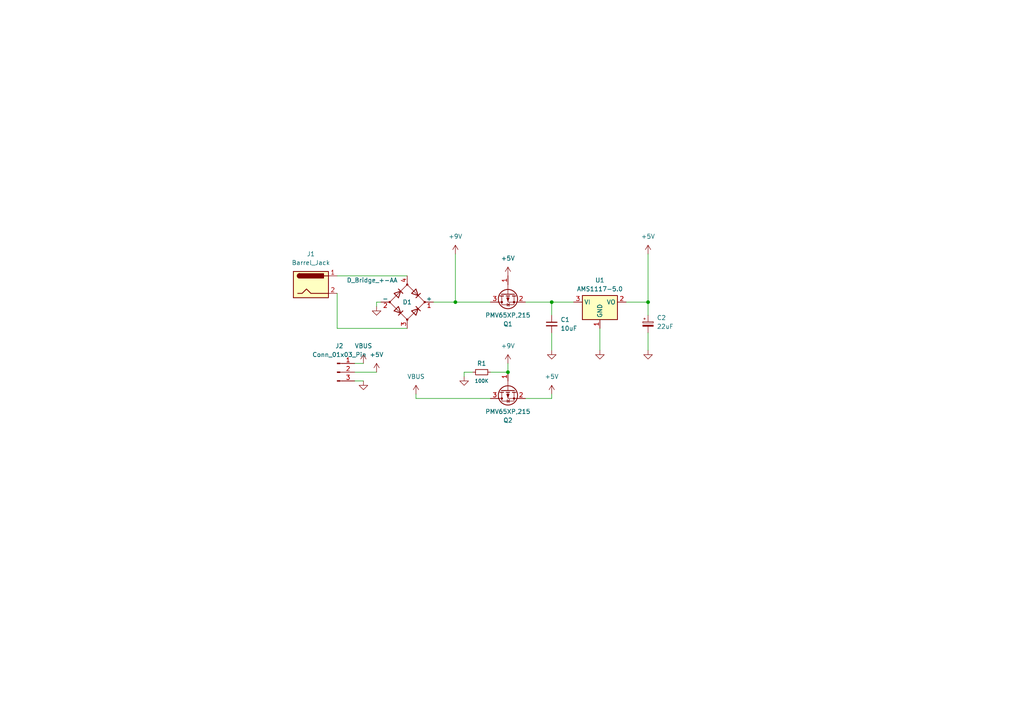
<source format=kicad_sch>
(kicad_sch (version 20230121) (generator eeschema)
  (paper "A4")
  (lib_symbols
    (symbol "Connector:Barrel_Jack" (pin_names (offset 1.016))
      (property "Reference" "J" (at 0 5.334 0))
      (property "Value" "Barrel_Jack" (at 0 -5.08 0))
      (symbol "Barrel_Jack_0_1"
        (rectangle (start -5.08 3.81) (end 5.08 -3.81) (stroke (width 0.254)) (fill (type background)))
        (arc (start -3.302 3.175) (mid -3.9343 2.54) (end -3.302 1.905) (stroke (width 0.254)))
        (arc (start -3.302 3.175) (mid -3.9343 2.54) (end -3.302 1.905) (stroke (width 0.254)) (fill (type outline)))
        (polyline (pts (xy 5.08 2.54) (xy 3.81 2.54)) (stroke (width 0.254)))
        (polyline (pts (xy -3.81 -2.54) (xy -2.54 -2.54) (xy -1.27 -1.27) (xy 0 -2.54) (xy 2.54 -2.54) (xy 5.08 -2.54)) (stroke (width 0.254)))
        (rectangle (start 3.683 3.175) (end -3.302 1.905) (stroke (width 0.254)) (fill (type outline)))
      )
      (symbol "Barrel_Jack_1_1"
        (pin passive line (at 7.62 2.54 180) (length 2.54) (name "~") (number "1"))
        (pin passive line (at 7.62 -2.54 180) (length 2.54) (name "~") (number "2"))
      )
    )
    (symbol "Connector:Conn_01x03_Pin" (pin_names (offset 1.016) hide)
      (property "Reference" "J" (at 0 5.08 0))
      (property "Value" "Conn_01x03_Pin" (at 0 -5.08 0))
      (symbol "Conn_01x03_Pin_1_1"
        (polyline (pts (xy 1.27 -2.54) (xy 0.8636 -2.54)) (stroke (width 0.1524)))
        (polyline (pts (xy 1.27 0) (xy 0.8636 0)) (stroke (width 0.1524)))
        (polyline (pts (xy 1.27 2.54) (xy 0.8636 2.54)) (stroke (width 0.1524)))
        (rectangle (start 0.8636 -2.413) (end 0 -2.667) (stroke (width 0.1524)) (fill (type outline)))
        (rectangle (start 0.8636 0.127) (end 0 -0.127) (stroke (width 0.1524)) (fill (type outline)))
        (rectangle (start 0.8636 2.667) (end 0 2.413) (stroke (width 0.1524)) (fill (type outline)))
        (pin passive line (at 5.08 2.54 180) (length 3.81) (name "Pin_1") (number "1"))
        (pin passive line (at 5.08 0 180) (length 3.81) (name "Pin_2") (number "2"))
        (pin passive line (at 5.08 -2.54 180) (length 3.81) (name "Pin_3") (number "3"))
      )
    )
    (symbol "Device:C_Polarized_Small" (pin_numbers hide) (pin_names (offset 0.254) hide)
      (property "Reference" "C" (at 0.254 1.778 0))
      (property "Value" "C_Polarized_Small" (at 0.254 -2.032 0))
      (symbol "C_Polarized_Small_0_1"
        (rectangle (start -1.524 -0.3048) (end 1.524 -0.6858) (fill (type outline)))
        (rectangle (start -1.524 0.6858) (end 1.524 0.3048))
        (polyline (pts (xy -1.27 1.524) (xy -0.762 1.524)))
        (polyline (pts (xy -1.016 1.27) (xy -1.016 1.778)))
      )
      (symbol "C_Polarized_Small_1_1"
        (pin passive line (at 0 2.54 270) (length 1.8542) (name "~") (number "1"))
        (pin passive line (at 0 -2.54 90) (length 1.8542) (name "~") (number "2"))
      )
    )
    (symbol "Device:C_Small" (pin_numbers hide) (pin_names (offset 0.254) hide)
      (property "Reference" "C" (at 0.254 1.778 0))
      (property "Value" "C_Small" (at 0.254 -2.032 0))
      (symbol "C_Small_0_1"
        (polyline (pts (xy -1.524 -0.508) (xy 1.524 -0.508)) (stroke (width 0.3302)))
        (polyline (pts (xy -1.524 0.508) (xy 1.524 0.508)) (stroke (width 0.3048)))
      )
      (symbol "C_Small_1_1"
        (pin passive line (at 0 2.54 270) (length 2.032) (name "~") (number "1"))
        (pin passive line (at 0 -2.54 90) (length 2.032) (name "~") (number "2"))
      )
    )
    (symbol "Device:D_Bridge_+-AA" (pin_names (offset 0))
      (property "Reference" "D" (at 2.54 6.985 0))
      (property "Value" "D_Bridge_+-AA" (at 2.54 5.08 0))
      (symbol "D_Bridge_+-AA_0_1"
        (circle (center -5.08 0) (radius 0.254) (fill (type outline)))
        (circle (center 0 -5.08) (radius 0.254) (fill (type outline)))
        (polyline (pts (xy -2.54 3.81) (xy -1.27 2.54)) (stroke (width 0.254)))
        (polyline (pts (xy -1.27 -2.54) (xy -2.54 -3.81)) (stroke (width 0.254)))
        (polyline (pts (xy 2.54 -1.27) (xy 3.81 -2.54)) (stroke (width 0.254)))
        (polyline (pts (xy 2.54 1.27) (xy 3.81 2.54)) (stroke (width 0.254)))
        (polyline (pts (xy -3.81 2.54) (xy -2.54 1.27) (xy -1.905 3.175) (xy -3.81 2.54)) (stroke (width 0.254)))
        (polyline (pts (xy -2.54 -1.27) (xy -3.81 -2.54) (xy -1.905 -3.175) (xy -2.54 -1.27)) (stroke (width 0.254)))
        (polyline (pts (xy 1.27 2.54) (xy 2.54 3.81) (xy 3.175 1.905) (xy 1.27 2.54)) (stroke (width 0.254)))
        (polyline (pts (xy 3.175 -1.905) (xy 1.27 -2.54) (xy 2.54 -3.81) (xy 3.175 -1.905)) (stroke (width 0.254)))
        (polyline (pts (xy -5.08 0) (xy 0 -5.08) (xy 5.08 0) (xy 0 5.08) (xy -5.08 0)))
        (circle (center 0 5.08) (radius 0.254) (fill (type outline)))
        (circle (center 5.08 0) (radius 0.254) (fill (type outline)))
      )
      (symbol "D_Bridge_+-AA_1_1"
        (pin passive line (at 7.62 0 180) (length 2.54) (name "+") (number "1"))
        (pin passive line (at -7.62 0 0) (length 2.54) (name "-") (number "2"))
        (pin passive line (at 0 7.62 270) (length 2.54) (name "~") (number "3"))
        (pin passive line (at 0 -7.62 90) (length 2.54) (name "~") (number "4"))
      )
    )
    (symbol "Device:Q_PMOS_GSD" (pin_names (offset 0) hide)
      (property "Reference" "Q" (at 5.08 1.27 0))
      (property "Value" "Q_PMOS_GSD" (at 5.08 -1.27 0))
      (symbol "Q_PMOS_GSD_0_1"
        (polyline (pts (xy 0.254 0) (xy -2.54 0)))
        (polyline (pts (xy 0.254 1.905) (xy 0.254 -1.905)) (stroke (width 0.254)))
        (polyline (pts (xy 0.762 -1.27) (xy 0.762 -2.286)) (stroke (width 0.254)))
        (polyline (pts (xy 0.762 0.508) (xy 0.762 -0.508)) (stroke (width 0.254)))
        (polyline (pts (xy 0.762 2.286) (xy 0.762 1.27)) (stroke (width 0.254)))
        (polyline (pts (xy 2.54 2.54) (xy 2.54 1.778)))
        (polyline (pts (xy 2.54 -2.54) (xy 2.54 0) (xy 0.762 0)))
        (polyline (pts (xy 0.762 1.778) (xy 3.302 1.778) (xy 3.302 -1.778) (xy 0.762 -1.778)))
        (polyline (pts (xy 2.286 0) (xy 1.27 0.381) (xy 1.27 -0.381) (xy 2.286 0)) (fill (type outline)))
        (polyline (pts (xy 2.794 -0.508) (xy 2.921 -0.381) (xy 3.683 -0.381) (xy 3.81 -0.254)))
        (polyline (pts (xy 3.302 -0.381) (xy 2.921 0.254) (xy 3.683 0.254) (xy 3.302 -0.381)))
        (circle (center 1.651 0) (radius 2.794) (stroke (width 0.254)))
        (circle (center 2.54 -1.778) (radius 0.254) (fill (type outline)))
        (circle (center 2.54 1.778) (radius 0.254) (fill (type outline)))
      )
      (symbol "Q_PMOS_GSD_1_1"
        (pin input line (at -5.08 0 0) (length 2.54) (name "G") (number "1"))
        (pin passive line (at 2.54 -5.08 90) (length 2.54) (name "S") (number "2"))
        (pin passive line (at 2.54 5.08 270) (length 2.54) (name "D") (number "3"))
      )
    )
    (symbol "Device:R_Small" (pin_numbers hide) (pin_names (offset 0.254) hide)
      (property "Reference" "R" (at 0.762 0.508 0))
      (property "Value" "R_Small" (at 0.762 -1.016 0))
      (symbol "R_Small_0_1"
        (rectangle (start -0.762 1.778) (end 0.762 -1.778) (stroke (width 0.2032)))
      )
      (symbol "R_Small_1_1"
        (pin passive line (at 0 2.54 270) (length 0.762) (name "~") (number "1"))
        (pin passive line (at 0 -2.54 90) (length 0.762) (name "~") (number "2"))
      )
    )
    (symbol "Regulator_Linear:AMS1117-5.0"
      (property "Reference" "U" (at -3.81 3.175 0))
      (property "Value" "AMS1117-5.0" (at 0 3.175 0))
      (symbol "AMS1117-5.0_0_1"
        (rectangle (start -5.08 -5.08) (end 5.08 1.905) (stroke (width 0.254)) (fill (type background)))
      )
      (symbol "AMS1117-5.0_1_1"
        (pin power_in line (at 0 -7.62 90) (length 2.54) (name "GND") (number "1"))
        (pin power_out line (at 7.62 0 180) (length 2.54) (name "VO") (number "2"))
        (pin power_in line (at -7.62 0 0) (length 2.54) (name "VI") (number "3"))
      )
    )
    (symbol "power:+5V" (power) (pin_names (offset 0))
      (property "Value" "+5V" (at 0 3.556 0))
      (symbol "+5V_0_1"
        (polyline (pts (xy -0.762 1.27) (xy 0 2.54)))
        (polyline (pts (xy 0 0) (xy 0 2.54)))
        (polyline (pts (xy 0 2.54) (xy 0.762 1.27)))
      )
      (symbol "+5V_1_1"
        (pin power_in line (at 0 0 90) (length 0) hide (name "+5V") (number "1"))
      )
    )
    (symbol "power:+9V" (power) (pin_names (offset 0))
      (property "Value" "+9V" (at 0 3.556 0))
      (symbol "+9V_0_1"
        (polyline (pts (xy -0.762 1.27) (xy 0 2.54)))
        (polyline (pts (xy 0 0) (xy 0 2.54)))
        (polyline (pts (xy 0 2.54) (xy 0.762 1.27)))
      )
      (symbol "+9V_1_1"
        (pin power_in line (at 0 0 90) (length 0) hide (name "+9V") (number "1"))
      )
    )
    (symbol "power:GND" (power) (pin_names (offset 0))
      (property "Value" "GND" (at 0 -3.81 0))
      (symbol "GND_0_1"
        (polyline (pts (xy 0 0) (xy 0 -1.27) (xy 1.27 -1.27) (xy 0 -2.54) (xy -1.27 -1.27) (xy 0 -1.27)))
      )
      (symbol "GND_1_1"
        (pin power_in line (at 0 0 270) (length 0) hide (name "GND") (number "1"))
      )
    )
    (symbol "power:VBUS" (power) (pin_names (offset 0))
      (property "Value" "VBUS" (at 0 3.81 0))
      (symbol "VBUS_0_1"
        (polyline (pts (xy -0.762 1.27) (xy 0 2.54)))
        (polyline (pts (xy 0 0) (xy 0 2.54)))
        (polyline (pts (xy 0 2.54) (xy 0.762 1.27)))
      )
      (symbol "VBUS_1_1"
        (pin power_in line (at 0 0 90) (length 0) hide (name "VBUS") (number "1"))
      )
    )
  )
  (junction (at 147.32 107.95))
  (junction (at 132.08 87.63))
  (junction (at 160.02 87.63))
  (junction (at 187.96 87.63))
  (wire (pts (xy 97.79 95.25) (xy 118.11 95.25)))
  (wire (pts (xy 97.79 85.09) (xy 97.79 95.25)))
  (wire (pts (xy 160.02 87.63) (xy 160.02 91.44)))
  (wire (pts (xy 160.02 96.52) (xy 160.02 101.6)))
  (wire (pts (xy 132.08 87.63) (xy 142.24 87.63)))
  (wire (pts (xy 102.87 105.41) (xy 105.41 105.41)))
  (wire (pts (xy 110.49 87.63) (xy 109.22 87.63)))
  (wire (pts (xy 152.4 87.63) (xy 160.02 87.63)))
  (wire (pts (xy 160.02 115.57) (xy 160.02 114.3)))
  (wire (pts (xy 147.32 105.41) (xy 147.32 107.95)))
  (wire (pts (xy 187.96 96.52) (xy 187.96 101.6)))
  (wire (pts (xy 125.73 87.63) (xy 132.08 87.63)))
  (wire (pts (xy 132.08 73.66) (xy 132.08 87.63)))
  (wire (pts (xy 102.87 107.95) (xy 109.22 107.95)))
  (wire (pts (xy 97.79 80.01) (xy 118.11 80.01)))
  (wire (pts (xy 187.96 87.63) (xy 187.96 91.44)))
  (wire (pts (xy 181.61 87.63) (xy 187.96 87.63)))
  (wire (pts (xy 109.22 87.63) (xy 109.22 88.9)))
  (wire (pts (xy 152.4 115.57) (xy 160.02 115.57)))
  (wire (pts (xy 142.24 107.95) (xy 147.32 107.95)))
  (wire (pts (xy 173.99 95.25) (xy 173.99 101.6)))
  (wire (pts (xy 160.02 87.63) (xy 166.37 87.63)))
  (wire (pts (xy 120.65 115.57) (xy 120.65 114.3)))
  (wire (pts (xy 187.96 73.66) (xy 187.96 87.63)))
  (wire (pts (xy 102.87 110.49) (xy 105.41 110.49)))
  (wire (pts (xy 134.62 109.22) (xy 134.62 107.95)))
  (wire (pts (xy 142.24 115.57) (xy 120.65 115.57)))
  (wire (pts (xy 134.62 107.95) (xy 137.16 107.95)))
  (symbol (lib_id "power:+5V") (at 160.02 114.3 0) (unit 1)
    (property "Reference" "#PWR010" (effects hide))
    (property "Value" "+5V" (at 160.02 109.22 0))
  )
  (symbol (lib_id "Connector:Barrel_Jack") (at 90.17 82.55 0) (unit 1)
    (property "Reference" "J1" (at 90.17 73.66 0))
    (property "Value" "Barrel_Jack" (at 90.17 76.2 0))
    (property "Footprint" "Connector_BarrelJack:BarrelJack_Wuerth_6941xx301002" (effects hide))
  )
  (symbol (lib_id "power:GND") (at 173.99 101.6 0) (unit 1)
    (property "Reference" "#PWR06" (effects hide))
    (property "Value" "GND" (effects hide))
  )
  (symbol (lib_id "power:GND") (at 187.96 101.6 0) (unit 1)
    (property "Reference" "#PWR07" (effects hide))
    (property "Value" "GND" (effects hide))
  )
  (symbol (lib_id "Device:C_Polarized_Small") (at 187.96 93.98 0) (unit 1)
    (property "Reference" "C2" (at 190.5 92.1639 0) (effects (justify left)))
    (property "Value" "22uF" (at 190.5 94.7039 0) (effects (justify left)))
    (property "Footprint" "Capacitor_Tantalum_SMD:CP_EIA-3528-21_Kemet-B" (effects hide))
  )
  (symbol (lib_id "power:+5V") (at 147.32 80.01 0) (unit 1)
    (property "Reference" "#PWR09" (effects hide))
    (property "Value" "+5V" (at 147.32 74.93 0))
  )
  (symbol (lib_id "power:VBUS") (at 120.65 114.3 0) (unit 1)
    (property "Reference" "#PWR04" (effects hide))
    (property "Value" "VBUS" (at 120.65 109.22 0))
  )
  (symbol (lib_id "power:GND") (at 134.62 109.22 0) (unit 1)
    (property "Reference" "#PWR01" (effects hide))
    (property "Value" "GND" (effects hide))
  )
  (symbol (lib_id "Regulator_Linear:AMS1117-5.0") (at 173.99 87.63 0) (unit 1)
    (property "Reference" "U1" (at 173.99 81.28 0))
    (property "Value" "AMS1117-5.0" (at 173.99 83.82 0))
    (property "Footprint" "Package_TO_SOT_SMD:SOT-223-3_TabPin2" (effects hide))
    (property "Datasheet" "http://www.advanced-monolithic.com/pdf/ds1117.pdf" (effects hide))
  )
  (symbol (lib_id "power:+9V") (at 147.32 105.41 0) (unit 1)
    (property "Reference" "#PWR08" (effects hide))
    (property "Value" "+9V" (at 147.32 100.33 0))
  )
  (symbol (lib_id "power:+5V") (at 187.96 73.66 0) (unit 1)
    (property "Reference" "#PWR02" (effects hide))
    (property "Value" "+5V" (at 187.96 68.58 0))
  )
  (symbol (lib_id "Device:C_Small") (at 160.02 93.98 0) (unit 1)
    (property "Reference" "C1" (at 162.56 92.7163 0) (effects (justify left)))
    (property "Value" "10uF" (at 162.56 95.2563 0) (effects (justify left)))
    (property "Footprint" "Capacitor_SMD:C_0805_2012Metric" (effects hide))
  )
  (symbol (lib_id "power:GND") (at 105.41 110.49 0) (unit 1)
    (property "Reference" "#PWR014" (effects hide))
    (property "Value" "GND" (effects hide))
  )
  (symbol (lib_id "Connector:Conn_01x03_Pin") (at 97.79 107.95 0) (unit 1)
    (property "Reference" "J2" (at 98.425 100.33 0))
    (property "Value" "Conn_01x03_Pin" (at 98.425 102.87 0))
    (property "Footprint" "Connector_PinHeader_2.00mm:PinHeader_1x03_P2.00mm_Vertical" (effects hide))
  )
  (symbol (lib_id "power:GND") (at 109.22 88.9 0) (unit 1)
    (property "Reference" "#PWR011" (effects hide))
    (property "Value" "GND" (effects hide))
  )
  (symbol (lib_id "Device:R_Small") (at 139.7 107.95 90) (unit 1)
    (property "Reference" "R1" (at 139.7 105.41 90))
    (property "Value" "100K" (at 139.7 110.49 90) (effects (font (size 1 1))))
    (property "Footprint" "Resistor_SMD:R_0805_2012Metric" (effects hide))
  )
  (symbol (lib_id "Device:Q_PMOS_GSD") (at 147.32 85.09 90) (mirror x) (unit 1)
    (property "Reference" "Q1" (at 147.32 93.98 90))
    (property "Value" "PMV65XP,215" (at 147.32 91.44 90))
    (property "Footprint" "Package_TO_SOT_SMD:SOT-23" (effects hide))
  )
  (symbol (lib_id "Device:D_Bridge_+-AA") (at 118.11 87.63 0) (mirror x) (unit 1)
    (property "Reference" "D1" (at 118.11 87.63 0))
    (property "Value" "D_Bridge_+-AA" (at 107.95 81.28 0))
    (property "Footprint" "lib:Diode_Bridge_MBS" (effects hide))
  )
  (symbol (lib_id "power:VBUS") (at 105.41 105.41 0) (unit 1)
    (property "Reference" "#PWR012" (effects hide))
    (property "Value" "VBUS" (at 105.41 100.33 0))
  )
  (symbol (lib_id "power:GND") (at 160.02 101.6 0) (unit 1)
    (property "Reference" "#PWR05" (effects hide))
    (property "Value" "GND" (effects hide))
  )
  (symbol (lib_id "power:+9V") (at 132.08 73.66 0) (unit 1)
    (property "Reference" "#PWR03" (effects hide))
    (property "Value" "+9V" (at 132.08 68.58 0))
  )
  (symbol (lib_id "power:+5V") (at 109.22 107.95 0) (unit 1)
    (property "Reference" "#PWR013" (effects hide))
    (property "Value" "+5V" (at 109.22 102.87 0))
  )
  (symbol (lib_id "Device:Q_PMOS_GSD") (at 147.32 113.03 90) (mirror x) (unit 1)
    (property "Reference" "Q2" (at 147.32 121.92 90))
    (property "Value" "PMV65XP,215" (at 147.32 119.38 90))
    (property "Footprint" "Package_TO_SOT_SMD:SOT-23" (effects hide))
  )
)
</source>
